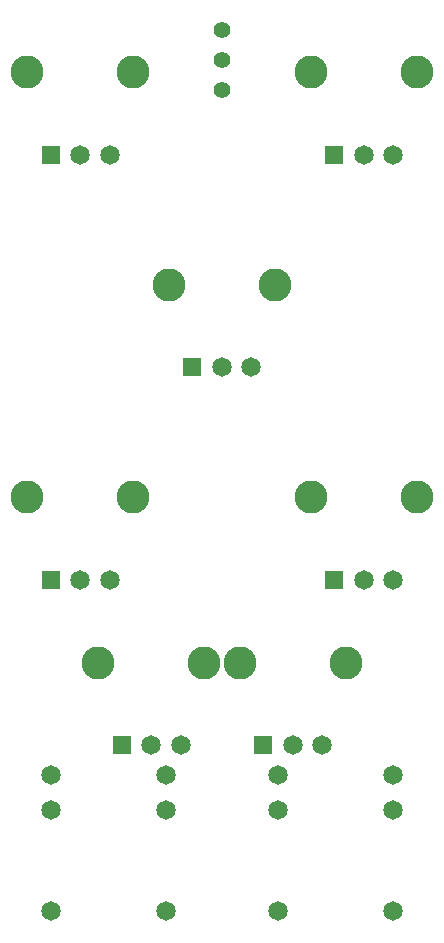
<source format=gbp>
G04 #@! TF.GenerationSoftware,KiCad,Pcbnew,(5.0.2)-1*
G04 #@! TF.CreationDate,2019-04-04T13:53:56+02:00*
G04 #@! TF.ProjectId,Corona_controlBoard,436f726f-6e61-45f6-936f-6e74726f6c42,1*
G04 #@! TF.SameCoordinates,Original*
G04 #@! TF.FileFunction,Paste,Bot*
G04 #@! TF.FilePolarity,Positive*
%FSLAX46Y46*%
G04 Gerber Fmt 4.6, Leading zero omitted, Abs format (unit mm)*
G04 Created by KiCad (PCBNEW (5.0.2)-1) date 04/04/2019 13:53:56*
%MOMM*%
%LPD*%
G01*
G04 APERTURE LIST*
%ADD10C,1.648460*%
%ADD11R,1.648460X1.648460*%
%ADD12C,2.794000*%
%ADD13C,1.422400*%
G04 APERTURE END LIST*
D10*
G04 #@! TO.C,J_IN1*
X4500000Y-95500140D03*
X4500000Y-98502420D03*
X4500000Y-106998720D03*
G04 #@! TD*
G04 #@! TO.C,J_OUT1*
X33500000Y-106998720D03*
X33500000Y-98502420D03*
X33500000Y-95500140D03*
G04 #@! TD*
D11*
G04 #@! TO.C,RV_FB1*
X28500640Y-42997700D03*
D10*
X31000000Y-42997700D03*
X33499360Y-42997700D03*
D12*
X26501660Y-36000000D03*
X35498340Y-36000000D03*
G04 #@! TD*
D13*
G04 #@! TO.C,SW1*
X19000000Y-37540000D03*
X19000000Y-32460000D03*
X19000000Y-35000000D03*
G04 #@! TD*
D12*
G04 #@! TO.C,RV_GAIN1*
X35498340Y-72000000D03*
X26501660Y-72000000D03*
D10*
X33499360Y-78997700D03*
X31000000Y-78997700D03*
D11*
X28500640Y-78997700D03*
G04 #@! TD*
D10*
G04 #@! TO.C,J_IN_DRV1*
X14250000Y-106998720D03*
X14250000Y-98502420D03*
X14250000Y-95500140D03*
G04 #@! TD*
G04 #@! TO.C,J_IN_FB1*
X23750000Y-95500140D03*
X23750000Y-98502420D03*
X23750000Y-106998720D03*
G04 #@! TD*
D11*
G04 #@! TO.C,RV_DRV1*
X16500640Y-60997700D03*
D10*
X19000000Y-60997700D03*
X21499360Y-60997700D03*
D12*
X14501660Y-54000000D03*
X23498340Y-54000000D03*
G04 #@! TD*
G04 #@! TO.C,RV_DRV_CV1*
X17498340Y-86000000D03*
X8501660Y-86000000D03*
D10*
X15499360Y-92997700D03*
X13000000Y-92997700D03*
D11*
X10500640Y-92997700D03*
G04 #@! TD*
D12*
G04 #@! TO.C,RV_FB_CV1*
X29498340Y-86000000D03*
X20501660Y-86000000D03*
D10*
X27499360Y-92997700D03*
X25000000Y-92997700D03*
D11*
X22500640Y-92997700D03*
G04 #@! TD*
D12*
G04 #@! TO.C,RV_IN1*
X11498340Y-72000000D03*
X2501660Y-72000000D03*
D10*
X9499360Y-78997700D03*
X7000000Y-78997700D03*
D11*
X4500640Y-78997700D03*
G04 #@! TD*
G04 #@! TO.C,RV_TONE1*
X4500640Y-42997700D03*
D10*
X7000000Y-42997700D03*
X9499360Y-42997700D03*
D12*
X2501660Y-36000000D03*
X11498340Y-36000000D03*
G04 #@! TD*
M02*

</source>
